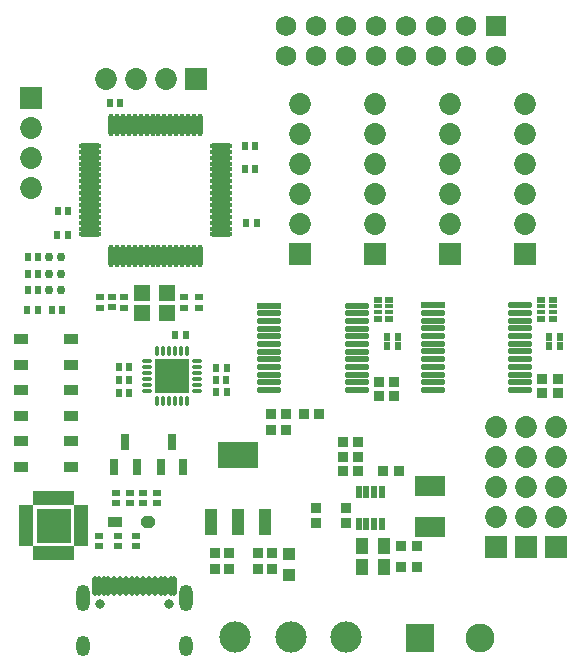
<source format=gts>
G04*
G04 #@! TF.GenerationSoftware,Altium Limited,Altium Designer,21.5.1 (32)*
G04*
G04 Layer_Color=8388736*
%FSLAX25Y25*%
%MOIN*%
G70*
G04*
G04 #@! TF.SameCoordinates,F71DC00D-139D-4494-AD50-9C341566DFA8*
G04*
G04*
G04 #@! TF.FilePolarity,Negative*
G04*
G01*
G75*
G04:AMPARAMS|DCode=49|XSize=22mil|YSize=48mil|CornerRadius=8mil|HoleSize=0mil|Usage=FLASHONLY|Rotation=0.000|XOffset=0mil|YOffset=0mil|HoleType=Round|Shape=RoundedRectangle|*
%AMROUNDEDRECTD49*
21,1,0.02200,0.03200,0,0,0.0*
21,1,0.00600,0.04800,0,0,0.0*
1,1,0.01600,0.00300,-0.01600*
1,1,0.01600,-0.00300,-0.01600*
1,1,0.01600,-0.00300,0.01600*
1,1,0.01600,0.00300,0.01600*
%
%ADD49ROUNDEDRECTD49*%
G04:AMPARAMS|DCode=50|XSize=22mil|YSize=48mil|CornerRadius=8mil|HoleSize=0mil|Usage=FLASHONLY|Rotation=270.000|XOffset=0mil|YOffset=0mil|HoleType=Round|Shape=RoundedRectangle|*
%AMROUNDEDRECTD50*
21,1,0.02200,0.03200,0,0,270.0*
21,1,0.00600,0.04800,0,0,270.0*
1,1,0.01600,-0.01600,-0.00300*
1,1,0.01600,-0.01600,0.00300*
1,1,0.01600,0.01600,0.00300*
1,1,0.01600,0.01600,-0.00300*
%
%ADD50ROUNDEDRECTD50*%
%ADD51R,0.11624X0.11230*%
%ADD52R,0.03600X0.03600*%
%ADD53R,0.04100X0.05600*%
%ADD54R,0.03600X0.03600*%
%ADD55R,0.02300X0.04450*%
%ADD56R,0.04143X0.08868*%
%ADD57R,0.13198X0.08868*%
%ADD58R,0.02962X0.05718*%
G04:AMPARAMS|DCode=59|XSize=65.06mil|YSize=17.81mil|CornerRadius=5.95mil|HoleSize=0mil|Usage=FLASHONLY|Rotation=90.000|XOffset=0mil|YOffset=0mil|HoleType=Round|Shape=RoundedRectangle|*
%AMROUNDEDRECTD59*
21,1,0.06506,0.00591,0,0,90.0*
21,1,0.05315,0.01781,0,0,90.0*
1,1,0.01191,0.00295,0.02657*
1,1,0.01191,0.00295,-0.02657*
1,1,0.01191,-0.00295,-0.02657*
1,1,0.01191,-0.00295,0.02657*
%
%ADD59ROUNDEDRECTD59*%
%ADD60R,0.02568X0.02175*%
%ADD61R,0.04537X0.03750*%
G04:AMPARAMS|DCode=62|XSize=45.37mil|YSize=37.5mil|CornerRadius=0mil|HoleSize=0mil|Usage=FLASHONLY|Rotation=0.000|XOffset=0mil|YOffset=0mil|HoleType=Round|Shape=Octagon|*
%AMOCTAGOND62*
4,1,8,0.02269,-0.00937,0.02269,0.00937,0.01331,0.01875,-0.01331,0.01875,-0.02269,0.00937,-0.02269,-0.00937,-0.01331,-0.01875,0.01331,-0.01875,0.02269,-0.00937,0.0*
%
%ADD62OCTAGOND62*%

%ADD63R,0.04100X0.04100*%
%ADD64R,0.10443X0.06506*%
G04:AMPARAMS|DCode=65|XSize=26mil|YSize=26mil|CornerRadius=8mil|HoleSize=0mil|Usage=FLASHONLY|Rotation=90.000|XOffset=0mil|YOffset=0mil|HoleType=Round|Shape=RoundedRectangle|*
%AMROUNDEDRECTD65*
21,1,0.02600,0.01000,0,0,90.0*
21,1,0.01000,0.02600,0,0,90.0*
1,1,0.01600,0.00500,0.00500*
1,1,0.01600,0.00500,-0.00500*
1,1,0.01600,-0.00500,-0.00500*
1,1,0.01600,-0.00500,0.00500*
%
%ADD65ROUNDEDRECTD65*%
%ADD66R,0.02175X0.02568*%
%ADD67O,0.01584X0.03356*%
%ADD68O,0.03356X0.01584*%
%ADD69R,0.11230X0.11624*%
%ADD70R,0.04537X0.03356*%
%ADD71R,0.02962X0.01781*%
%ADD72R,0.02962X0.02175*%
%ADD73R,0.05718X0.05324*%
%ADD74O,0.08080X0.02175*%
%ADD75R,0.08080X0.02175*%
%ADD76O,0.07687X0.01781*%
%ADD77O,0.01781X0.07687*%
%ADD78R,0.07293X0.07293*%
%ADD79C,0.07293*%
%ADD80O,0.04537X0.08868*%
%ADD81O,0.04537X0.06899*%
%ADD82C,0.03159*%
%ADD83C,0.00600*%
%ADD84C,0.10443*%
%ADD85C,0.09655*%
%ADD86R,0.09655X0.09655*%
%ADD87R,0.07293X0.07293*%
%ADD88C,0.06899*%
%ADD89R,0.06899X0.06899*%
D49*
X95Y27531D02*
D03*
X2063D02*
D03*
X4032D02*
D03*
X6000D02*
D03*
X7969D02*
D03*
X9937D02*
D03*
X11906D02*
D03*
Y45831D02*
D03*
X9937D02*
D03*
X7969D02*
D03*
X6000D02*
D03*
X4032D02*
D03*
X2063D02*
D03*
X95D02*
D03*
D50*
X15150Y30776D02*
D03*
Y32744D02*
D03*
Y34713D02*
D03*
Y36681D02*
D03*
Y38650D02*
D03*
Y40618D02*
D03*
Y42587D02*
D03*
X-3150D02*
D03*
Y40618D02*
D03*
Y38650D02*
D03*
Y36681D02*
D03*
Y34713D02*
D03*
Y32744D02*
D03*
Y30776D02*
D03*
D51*
X6000Y36681D02*
D03*
D52*
X107559Y55000D02*
D03*
X102441D02*
D03*
X127059Y23000D02*
D03*
X121941D02*
D03*
X127059Y30000D02*
D03*
X121941D02*
D03*
X115941Y55000D02*
D03*
X121059D02*
D03*
X94559Y74000D02*
D03*
X89441D02*
D03*
X83559Y68500D02*
D03*
X78441D02*
D03*
X83559Y74000D02*
D03*
X78440D02*
D03*
X168941Y85500D02*
D03*
X174059D02*
D03*
X168941Y81000D02*
D03*
X174059D02*
D03*
X114441Y80000D02*
D03*
X119559D02*
D03*
X114441Y84500D02*
D03*
X119559D02*
D03*
D53*
X108760Y23000D02*
D03*
X116240D02*
D03*
X108760Y30000D02*
D03*
X116240D02*
D03*
D54*
X93500Y42559D02*
D03*
Y37441D02*
D03*
X103500Y42559D02*
D03*
Y37441D02*
D03*
X102500Y64559D02*
D03*
Y59441D02*
D03*
X107500Y64559D02*
D03*
Y59441D02*
D03*
X59900Y27421D02*
D03*
Y22303D02*
D03*
X78701D02*
D03*
Y27421D02*
D03*
X74000Y22303D02*
D03*
Y27421D02*
D03*
X64600Y22303D02*
D03*
Y27421D02*
D03*
D55*
X107661Y47875D02*
D03*
X110220D02*
D03*
X112780D02*
D03*
X115339D02*
D03*
Y37125D02*
D03*
X112780D02*
D03*
X110220D02*
D03*
X107661D02*
D03*
D56*
X58445Y37870D02*
D03*
X67500D02*
D03*
X76555D02*
D03*
D57*
X67500Y60311D02*
D03*
D58*
X29984Y64429D02*
D03*
X33725Y56161D02*
D03*
X26244D02*
D03*
X41744D02*
D03*
X49225D02*
D03*
X45484Y64429D02*
D03*
D59*
X19811Y16512D02*
D03*
X20992D02*
D03*
X22961D02*
D03*
X24142D02*
D03*
X26110D02*
D03*
X28079D02*
D03*
X30047D02*
D03*
X35953D02*
D03*
X37921D02*
D03*
X39890D02*
D03*
X41858D02*
D03*
X43039D02*
D03*
X45008D02*
D03*
X46189D02*
D03*
X32016D02*
D03*
X33984D02*
D03*
D60*
X27500Y29827D02*
D03*
Y33173D02*
D03*
X33500D02*
D03*
Y29827D02*
D03*
X21000Y33173D02*
D03*
Y29827D02*
D03*
X31485Y47559D02*
D03*
Y44213D02*
D03*
X35984D02*
D03*
Y47559D02*
D03*
X40485D02*
D03*
Y44213D02*
D03*
X26985Y47559D02*
D03*
Y44213D02*
D03*
X29634Y109346D02*
D03*
X29634Y112889D02*
D03*
X25500Y109417D02*
D03*
Y112764D02*
D03*
X21500Y109319D02*
D03*
X21500Y112862D02*
D03*
X49500Y112862D02*
D03*
X49500Y109319D02*
D03*
X54500Y109319D02*
D03*
X54500Y112862D02*
D03*
D61*
X26488Y38000D02*
D03*
D62*
X37512D02*
D03*
D63*
X84500Y27091D02*
D03*
Y20091D02*
D03*
D64*
X131500Y49890D02*
D03*
Y36110D02*
D03*
D65*
X4583Y126091D02*
D03*
X8583D02*
D03*
X4583Y120591D02*
D03*
X8583D02*
D03*
X4583Y115091D02*
D03*
X8583D02*
D03*
D66*
X5327Y108591D02*
D03*
X8673D02*
D03*
X-2772D02*
D03*
X771Y108590D02*
D03*
X756Y115091D02*
D03*
X-2591D02*
D03*
X756Y120591D02*
D03*
X-2591D02*
D03*
X756Y126091D02*
D03*
X-2591D02*
D03*
X50181Y100090D02*
D03*
X46638Y100091D02*
D03*
X63736Y81295D02*
D03*
X60193Y81295D02*
D03*
X60291Y85295D02*
D03*
X63637D02*
D03*
X63736Y89295D02*
D03*
X60193Y89295D02*
D03*
X27729Y80795D02*
D03*
X31075D02*
D03*
X27729Y85193D02*
D03*
X31075D02*
D03*
X31272Y89590D02*
D03*
X27729Y89591D02*
D03*
X174771Y96500D02*
D03*
X171228Y96500D02*
D03*
X171229Y99500D02*
D03*
X174772Y99500D02*
D03*
X120772D02*
D03*
X117229Y99500D02*
D03*
X120771Y96500D02*
D03*
X117228Y96500D02*
D03*
X73772Y137500D02*
D03*
X70229Y137500D02*
D03*
X73173Y155500D02*
D03*
X69827D02*
D03*
X73272Y163181D02*
D03*
X69729Y163181D02*
D03*
X28272Y177590D02*
D03*
X24729Y177591D02*
D03*
X7327Y141590D02*
D03*
X10673D02*
D03*
X7228Y133591D02*
D03*
X10771Y133590D02*
D03*
D67*
X40488Y78323D02*
D03*
X42457D02*
D03*
X44425D02*
D03*
X46394D02*
D03*
X48362D02*
D03*
X50331D02*
D03*
Y94858D02*
D03*
X48362D02*
D03*
X46394D02*
D03*
X44425D02*
D03*
X42457D02*
D03*
X40488D02*
D03*
D68*
X53677Y81669D02*
D03*
Y83638D02*
D03*
Y85606D02*
D03*
Y87575D02*
D03*
Y89543D02*
D03*
Y91512D02*
D03*
X37142D02*
D03*
Y89543D02*
D03*
Y87575D02*
D03*
Y85606D02*
D03*
Y83638D02*
D03*
Y81669D02*
D03*
D69*
X45409Y86591D02*
D03*
D70*
X11965Y56358D02*
D03*
X-4964D02*
D03*
X11965Y64823D02*
D03*
X-4964D02*
D03*
X11965Y73358D02*
D03*
X-4964D02*
D03*
X11965Y81823D02*
D03*
X-4964D02*
D03*
X11965Y90268D02*
D03*
X-4964D02*
D03*
X11965Y98732D02*
D03*
X-4964D02*
D03*
D71*
X168563Y109724D02*
D03*
Y107756D02*
D03*
X172500D02*
D03*
Y109724D02*
D03*
X117937D02*
D03*
Y107756D02*
D03*
X114000D02*
D03*
Y109724D02*
D03*
D72*
X168563Y111890D02*
D03*
Y105591D02*
D03*
X172500D02*
D03*
Y111890D02*
D03*
X117937D02*
D03*
Y105591D02*
D03*
X114000D02*
D03*
Y111890D02*
D03*
D73*
X43768Y114193D02*
D03*
X35500D02*
D03*
Y107500D02*
D03*
X43768D02*
D03*
D74*
X161567Y94720D02*
D03*
Y97280D02*
D03*
Y99839D02*
D03*
Y110075D02*
D03*
X132433Y87043D02*
D03*
Y89602D02*
D03*
Y92161D02*
D03*
Y94720D02*
D03*
Y97280D02*
D03*
Y99839D02*
D03*
Y102398D02*
D03*
Y104957D02*
D03*
Y107516D02*
D03*
Y84484D02*
D03*
Y81925D02*
D03*
X161567Y84484D02*
D03*
Y81925D02*
D03*
Y107516D02*
D03*
Y92161D02*
D03*
Y89602D02*
D03*
Y87043D02*
D03*
Y102398D02*
D03*
Y104957D02*
D03*
X107000Y94650D02*
D03*
Y97209D02*
D03*
Y99768D02*
D03*
Y110004D02*
D03*
X77866Y86972D02*
D03*
Y89531D02*
D03*
Y92091D02*
D03*
Y94650D02*
D03*
Y97209D02*
D03*
Y99768D02*
D03*
Y102327D02*
D03*
Y104886D02*
D03*
Y107445D02*
D03*
Y84413D02*
D03*
Y81854D02*
D03*
X107000Y84413D02*
D03*
Y81854D02*
D03*
Y107445D02*
D03*
Y92091D02*
D03*
Y89531D02*
D03*
Y86972D02*
D03*
Y102327D02*
D03*
Y104886D02*
D03*
D75*
X132433Y110075D02*
D03*
X77866Y110004D02*
D03*
D76*
X61850Y161295D02*
D03*
Y159327D02*
D03*
Y153421D02*
D03*
Y155390D02*
D03*
Y157358D02*
D03*
Y163264D02*
D03*
Y143579D02*
D03*
Y139642D02*
D03*
Y141610D02*
D03*
Y145547D02*
D03*
Y133736D02*
D03*
Y135705D02*
D03*
Y137673D02*
D03*
Y147516D02*
D03*
Y149484D02*
D03*
Y151453D02*
D03*
X18150Y163264D02*
D03*
Y161295D02*
D03*
Y159327D02*
D03*
Y157358D02*
D03*
Y155390D02*
D03*
Y153421D02*
D03*
Y151453D02*
D03*
Y149484D02*
D03*
Y147516D02*
D03*
Y145547D02*
D03*
Y143579D02*
D03*
Y141610D02*
D03*
Y139642D02*
D03*
Y137673D02*
D03*
Y135705D02*
D03*
Y133736D02*
D03*
D77*
X25236Y126650D02*
D03*
X27205D02*
D03*
X29173D02*
D03*
X31142D02*
D03*
X33110D02*
D03*
X35079D02*
D03*
X37047D02*
D03*
X39016D02*
D03*
X40984D02*
D03*
X42953D02*
D03*
X44921D02*
D03*
X46890D02*
D03*
X48858D02*
D03*
X50827D02*
D03*
X52795D02*
D03*
X54764D02*
D03*
Y170350D02*
D03*
X52795D02*
D03*
X50827D02*
D03*
X48858D02*
D03*
X46890D02*
D03*
X44921D02*
D03*
X42953D02*
D03*
X40984D02*
D03*
X39016D02*
D03*
X37047D02*
D03*
X35079D02*
D03*
X33110D02*
D03*
X31142D02*
D03*
X29173D02*
D03*
X27205D02*
D03*
X25236D02*
D03*
D78*
X163500Y29591D02*
D03*
X153500D02*
D03*
X173500D02*
D03*
X-1500Y179091D02*
D03*
D79*
X163500Y39591D02*
D03*
Y49591D02*
D03*
Y59591D02*
D03*
Y69591D02*
D03*
X153500Y39591D02*
D03*
Y49591D02*
D03*
Y59591D02*
D03*
Y69591D02*
D03*
X173500D02*
D03*
Y59591D02*
D03*
Y49591D02*
D03*
Y39591D02*
D03*
X-1500Y169091D02*
D03*
Y159091D02*
D03*
Y149091D02*
D03*
X23500Y185591D02*
D03*
X33500D02*
D03*
X43500D02*
D03*
X163000Y177091D02*
D03*
Y137091D02*
D03*
Y147091D02*
D03*
Y157091D02*
D03*
Y167091D02*
D03*
X138000Y177091D02*
D03*
Y137091D02*
D03*
Y147091D02*
D03*
Y157091D02*
D03*
Y167091D02*
D03*
X113000Y177091D02*
D03*
Y137091D02*
D03*
Y147091D02*
D03*
Y157091D02*
D03*
Y167091D02*
D03*
X88000Y177091D02*
D03*
Y137091D02*
D03*
Y147091D02*
D03*
Y157091D02*
D03*
Y167091D02*
D03*
D80*
X15972Y12417D02*
D03*
X50027D02*
D03*
D81*
X15972Y-3331D02*
D03*
X50027D02*
D03*
D82*
X44378Y10449D02*
D03*
X21622D02*
D03*
D83*
X0Y0D02*
D03*
X167220D02*
D03*
X0Y198091D02*
D03*
X167220D02*
D03*
D84*
X66492Y-410D02*
D03*
X103500D02*
D03*
X84996D02*
D03*
D85*
X148000Y-909D02*
D03*
D86*
X128000D02*
D03*
D87*
X53500Y185591D02*
D03*
X163000Y127091D02*
D03*
X138000D02*
D03*
X113000D02*
D03*
X88000D02*
D03*
D88*
X153500Y193091D02*
D03*
X113500D02*
D03*
Y203091D02*
D03*
X103500D02*
D03*
X93500D02*
D03*
X83500D02*
D03*
X123500Y193091D02*
D03*
Y203091D02*
D03*
X133500D02*
D03*
Y193091D02*
D03*
X143500D02*
D03*
Y203091D02*
D03*
X103500Y193091D02*
D03*
X93500D02*
D03*
X83500D02*
D03*
D89*
X153500Y203091D02*
D03*
M02*

</source>
